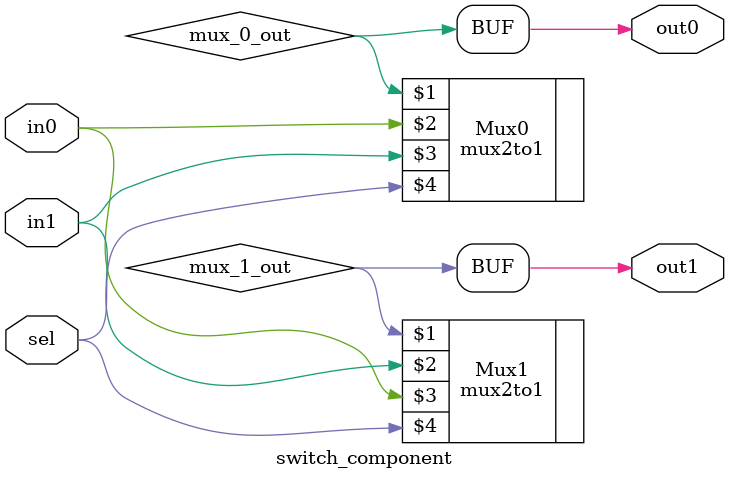
<source format=v>
`timescale 1ns / 1ps


module switch_component(out0, out1, sel, in0, in1);
    input sel, in0, in1;
    output out0, out1;
    
    wire mux_0_out, mux_1_out, not_0_out, not_1_out;
    
    mux2to1 Mux0(mux_0_out, in0, in1, sel);
    mux2to1 Mux1(mux_1_out, in1, in0, sel);
    
    not NOT0(not_0_out, mux_0_out);
    not NOT1(not_1_out, mux_1_out);
    
    not NOT0_undo(out0, not_0_out);
    not NOT1_undo(out1, not_1_out);
    
endmodule

</source>
